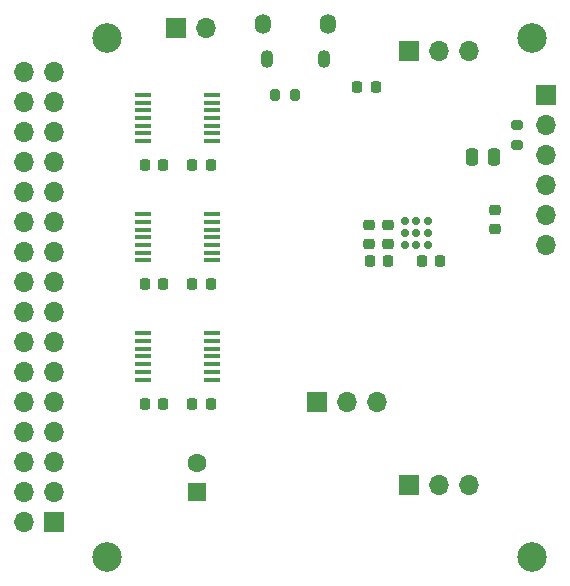
<source format=gbs>
G04 #@! TF.GenerationSoftware,KiCad,Pcbnew,8.0.8*
G04 #@! TF.CreationDate,2025-02-21T19:24:50+11:00*
G04 #@! TF.ProjectId,RP2350LevelShifter,52503233-3530-44c6-9576-656c53686966,rev?*
G04 #@! TF.SameCoordinates,Original*
G04 #@! TF.FileFunction,Soldermask,Bot*
G04 #@! TF.FilePolarity,Negative*
%FSLAX46Y46*%
G04 Gerber Fmt 4.6, Leading zero omitted, Abs format (unit mm)*
G04 Created by KiCad (PCBNEW 8.0.8) date 2025-02-21 19:24:50*
%MOMM*%
%LPD*%
G01*
G04 APERTURE LIST*
G04 Aperture macros list*
%AMRoundRect*
0 Rectangle with rounded corners*
0 $1 Rounding radius*
0 $2 $3 $4 $5 $6 $7 $8 $9 X,Y pos of 4 corners*
0 Add a 4 corners polygon primitive as box body*
4,1,4,$2,$3,$4,$5,$6,$7,$8,$9,$2,$3,0*
0 Add four circle primitives for the rounded corners*
1,1,$1+$1,$2,$3*
1,1,$1+$1,$4,$5*
1,1,$1+$1,$6,$7*
1,1,$1+$1,$8,$9*
0 Add four rect primitives between the rounded corners*
20,1,$1+$1,$2,$3,$4,$5,0*
20,1,$1+$1,$4,$5,$6,$7,0*
20,1,$1+$1,$6,$7,$8,$9,0*
20,1,$1+$1,$8,$9,$2,$3,0*%
G04 Aperture macros list end*
%ADD10R,1.700000X1.700000*%
%ADD11O,1.700000X1.700000*%
%ADD12C,2.500000*%
%ADD13R,1.600000X1.600000*%
%ADD14C,1.600000*%
%ADD15O,1.350000X1.700000*%
%ADD16O,1.100000X1.500000*%
%ADD17C,0.700000*%
%ADD18R,1.475000X0.450000*%
%ADD19RoundRect,0.225000X-0.225000X-0.250000X0.225000X-0.250000X0.225000X0.250000X-0.225000X0.250000X0*%
%ADD20RoundRect,0.200000X-0.275000X0.200000X-0.275000X-0.200000X0.275000X-0.200000X0.275000X0.200000X0*%
%ADD21RoundRect,0.225000X0.225000X0.250000X-0.225000X0.250000X-0.225000X-0.250000X0.225000X-0.250000X0*%
%ADD22RoundRect,0.225000X-0.250000X0.225000X-0.250000X-0.225000X0.250000X-0.225000X0.250000X0.225000X0*%
%ADD23RoundRect,0.200000X0.200000X0.275000X-0.200000X0.275000X-0.200000X-0.275000X0.200000X-0.275000X0*%
%ADD24RoundRect,0.225000X0.250000X-0.225000X0.250000X0.225000X-0.250000X0.225000X-0.250000X-0.225000X0*%
%ADD25RoundRect,0.250000X0.250000X0.475000X-0.250000X0.475000X-0.250000X-0.475000X0.250000X-0.475000X0*%
G04 APERTURE END LIST*
D10*
X118490000Y-129550000D03*
D11*
X115950000Y-129550000D03*
X118490000Y-127010000D03*
X115950000Y-127010000D03*
X118490000Y-124470000D03*
X115950000Y-124470000D03*
X118490000Y-121930000D03*
X115950000Y-121930000D03*
X118490000Y-119390000D03*
X115950000Y-119390000D03*
X118490000Y-116850000D03*
X115950000Y-116850000D03*
X118490000Y-114310000D03*
X115950000Y-114310000D03*
X118490000Y-111770000D03*
X115950000Y-111770000D03*
X118490000Y-109230000D03*
X115950000Y-109230000D03*
X118490000Y-106690000D03*
X115950000Y-106690000D03*
X118490000Y-104150000D03*
X115950000Y-104150000D03*
X118490000Y-101610000D03*
X115950000Y-101610000D03*
X118490000Y-99070000D03*
X115950000Y-99070000D03*
X118490000Y-96530000D03*
X115950000Y-96530000D03*
X118490000Y-93990000D03*
X115950000Y-93990000D03*
X118490000Y-91450000D03*
X115950000Y-91450000D03*
D12*
X123000000Y-88500000D03*
D13*
X130641700Y-127010000D03*
D14*
X130641700Y-124510000D03*
D10*
X160197800Y-93395800D03*
D11*
X160197800Y-95935800D03*
X160197800Y-98475800D03*
X160197800Y-101015800D03*
X160197800Y-103555800D03*
X160197800Y-106095800D03*
D12*
X159000000Y-88500000D03*
D15*
X141693000Y-87327800D03*
D16*
X141383000Y-90327800D03*
X136543000Y-90327800D03*
D15*
X136233000Y-87327800D03*
D12*
X159000000Y-132500000D03*
D10*
X148590000Y-126410000D03*
D11*
X151130000Y-126410000D03*
X153670000Y-126410000D03*
D10*
X128874600Y-87655400D03*
D11*
X131414600Y-87655400D03*
D10*
X148590000Y-89611200D03*
D11*
X151130000Y-89611200D03*
X153670000Y-89611200D03*
D17*
X150200000Y-106062500D03*
X150200000Y-105062500D03*
X150200000Y-104062500D03*
X149200000Y-106062500D03*
X149200000Y-105062500D03*
X149200000Y-104062500D03*
X148200000Y-106062500D03*
X148200000Y-105062500D03*
X148200000Y-104062500D03*
D12*
X123000000Y-132500000D03*
D18*
X126062000Y-97250000D03*
X126062000Y-96600000D03*
X126062000Y-95950000D03*
X126062000Y-95300000D03*
X126062000Y-94650000D03*
X126062000Y-94000000D03*
X126062000Y-93350000D03*
X131938000Y-93350000D03*
X131938000Y-94000000D03*
X131938000Y-94650000D03*
X131938000Y-95300000D03*
X131938000Y-95950000D03*
X131938000Y-96600000D03*
X131938000Y-97250000D03*
D19*
X145250000Y-107450000D03*
X146800000Y-107450000D03*
D20*
X157683200Y-95911400D03*
X157683200Y-97561400D03*
D18*
X126062000Y-107350000D03*
X126062000Y-106700000D03*
X126062000Y-106050000D03*
X126062000Y-105400000D03*
X126062000Y-104750000D03*
X126062000Y-104100000D03*
X126062000Y-103450000D03*
X131938000Y-103450000D03*
X131938000Y-104100000D03*
X131938000Y-104750000D03*
X131938000Y-105400000D03*
X131938000Y-106050000D03*
X131938000Y-106700000D03*
X131938000Y-107350000D03*
D21*
X127775000Y-119500000D03*
X126225000Y-119500000D03*
X127775000Y-99300000D03*
X126225000Y-99300000D03*
X131775000Y-99300000D03*
X130225000Y-99300000D03*
D22*
X155829000Y-103136400D03*
X155829000Y-104686400D03*
D23*
X138887200Y-93370400D03*
X137237200Y-93370400D03*
D21*
X127775000Y-109400000D03*
X126225000Y-109400000D03*
D18*
X126062000Y-117450000D03*
X126062000Y-116800000D03*
X126062000Y-116150000D03*
X126062000Y-115500000D03*
X126062000Y-114850000D03*
X126062000Y-114200000D03*
X126062000Y-113550000D03*
X131938000Y-113550000D03*
X131938000Y-114200000D03*
X131938000Y-114850000D03*
X131938000Y-115500000D03*
X131938000Y-116150000D03*
X131938000Y-116800000D03*
X131938000Y-117450000D03*
D24*
X146800000Y-105950000D03*
X146800000Y-104400000D03*
D19*
X144208200Y-92710000D03*
X145758200Y-92710000D03*
D22*
X145200000Y-104400000D03*
X145200000Y-105950000D03*
D25*
X155803600Y-98602800D03*
X153903600Y-98602800D03*
D21*
X151225000Y-107450000D03*
X149675000Y-107450000D03*
X131775000Y-109400000D03*
X130225000Y-109400000D03*
X131775000Y-119500000D03*
X130225000Y-119500000D03*
D10*
X140770000Y-119380000D03*
D11*
X143310000Y-119380000D03*
X145850000Y-119380000D03*
M02*

</source>
